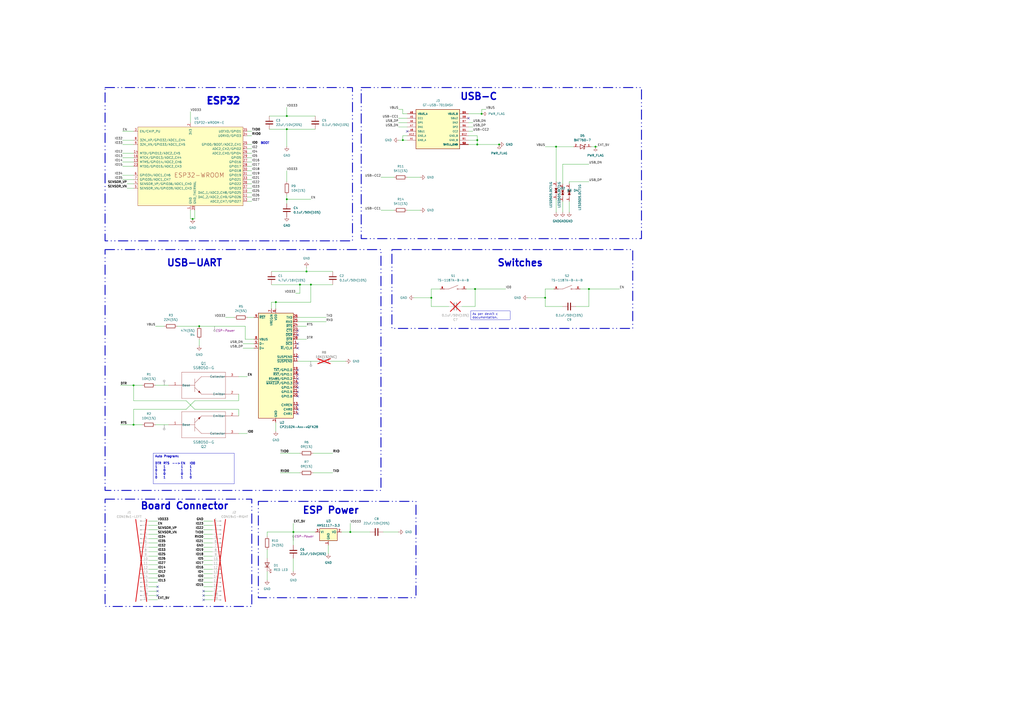
<source format=kicad_sch>
(kicad_sch (version 20231120) (generator "eeschema") (generator_version "8.0")
  (paper "A2")
  (title_block (title "ESP32 Devboard") (date "2024-03-20") (rev "1.0"))
  (lib_symbols
    (symbol "CSP-USC16-TR:GT-USB-7010ASV" (pin_names (offset 1.016))
      (property "Reference" "J" (at -12.7 13.462 0))
      (property "Value" "GT-USB-7010ASV" (at -12.7 -12.7 0))
      (symbol "GT-USB-7010ASV_0_0"
        (pin power_in line (at -17.78 -5.08 0) (length 5.08) (name "GND_A") (number "A1"))
        (pin power_in line (at -17.78 -2.54 0) (length 5.08) (name "GND_A") (number "A12"))
        (pin power_in line (at -17.78 10.16 0) (length 5.08) (name "VBUS_A") (number "A4"))
        (pin bidirectional line (at -17.78 7.62 0) (length 5.08) (name "CC1") (number "A5"))
        (pin bidirectional line (at -17.78 5.08 0) (length 5.08) (name "DP1") (number "A6"))
        (pin bidirectional line (at -17.78 2.54 0) (length 5.08) (name "DN1") (number "A7"))
        (pin bidirectional line (at -17.78 0 0) (length 5.08) (name "SBU1") (number "A8"))
        (pin power_in line (at -17.78 10.16 0) (length 5.08) (name "VBUS_A") (number "A9"))
        (pin power_in line (at 17.78 -5.08 180) (length 5.08) (name "GND_B") (number "B1"))
        (pin power_in line (at 17.78 -2.54 180) (length 5.08) (name "GND_B") (number "B12"))
        (pin power_in line (at 17.78 10.16 180) (length 5.08) (name "VBUS_B") (number "B4"))
        (pin bidirectional line (at 17.78 0 180) (length 5.08) (name "CC2") (number "B5"))
        (pin bidirectional line (at 17.78 2.54 180) (length 5.08) (name "DP2") (number "B6"))
        (pin bidirectional line (at 17.78 5.08 180) (length 5.08) (name "DN2") (number "B7"))
        (pin bidirectional line (at 17.78 7.62 180) (length 5.08) (name "SBU2") (number "B8"))
        (pin power_in line (at 17.78 10.16 180) (length 5.08) (name "VBUS_B") (number "B9"))
        (pin power_in line (at 17.78 -7.62 180) (length 5.08) (name "SHELL_GND") (number "S1"))
        (pin power_in line (at 17.78 -7.62 180) (length 5.08) (name "SHELL_GND") (number "S2"))
        (pin power_in line (at 17.78 -7.62 180) (length 5.08) (name "SHELL_GND") (number "S3"))
        (pin power_in line (at 17.78 -7.62 180) (length 5.08) (name "SHELL_GND") (number "S4"))
      )
    )
    (symbol "Connector:Conn_01x19_Pin" (pin_names (offset 1.016) hide)
      (property "Reference" "J" (at 0 25.4 0))
      (property "Value" "Conn_01x19_Pin" (at 0 -25.4 0))
      (symbol "Conn_01x19_Pin_1_1"
        (pin passive line (at 5.08 22.86 180) (length 3.81) (name "Pin_1") (number "1"))
        (pin passive line (at 5.08 0 180) (length 3.81) (name "Pin_10") (number "10"))
        (pin passive line (at 5.08 -2.54 180) (length 3.81) (name "Pin_11") (number "11"))
        (pin passive line (at 5.08 -5.08 180) (length 3.81) (name "Pin_12") (number "12"))
        (pin passive line (at 5.08 -7.62 180) (length 3.81) (name "Pin_13") (number "13"))
        (pin passive line (at 5.08 -10.16 180) (length 3.81) (name "Pin_14") (number "14"))
        (pin passive line (at 5.08 -12.7 180) (length 3.81) (name "Pin_15") (number "15"))
        (pin passive line (at 5.08 -15.24 180) (length 3.81) (name "Pin_16") (number "16"))
        (pin passive line (at 5.08 -17.78 180) (length 3.81) (name "Pin_17") (number "17"))
        (pin passive line (at 5.08 -20.32 180) (length 3.81) (name "Pin_18") (number "18"))
        (pin passive line (at 5.08 -22.86 180) (length 3.81) (name "Pin_19") (number "19"))
        (pin passive line (at 5.08 20.32 180) (length 3.81) (name "Pin_2") (number "2"))
        (pin passive line (at 5.08 17.78 180) (length 3.81) (name "Pin_3") (number "3"))
        (pin passive line (at 5.08 15.24 180) (length 3.81) (name "Pin_4") (number "4"))
        (pin passive line (at 5.08 12.7 180) (length 3.81) (name "Pin_5") (number "5"))
        (pin passive line (at 5.08 10.16 180) (length 3.81) (name "Pin_6") (number "6"))
        (pin passive line (at 5.08 7.62 180) (length 3.81) (name "Pin_7") (number "7"))
        (pin passive line (at 5.08 5.08 180) (length 3.81) (name "Pin_8") (number "8"))
        (pin passive line (at 5.08 2.54 180) (length 3.81) (name "Pin_9") (number "9"))
      )
    )
    (symbol "Device:C" (pin_numbers hide) (pin_names (offset 0.254))
      (property "Reference" "C" (at 0.635 2.54 0))
      (property "Value" "C" (at 0.635 -2.54 0))
      (symbol "C_1_1"
        (pin passive line (at 0 3.81 270) (length 2.794) (name "~") (number "1"))
        (pin passive line (at 0 -3.81 90) (length 2.794) (name "~") (number "2"))
      )
    )
    (symbol "Device:LED" (pin_numbers hide) (pin_names (offset 1.016) hide)
      (property "Reference" "D" (at 0 2.54 0))
      (property "Value" "LED" (at 0 -2.54 0))
      (symbol "LED_1_1"
        (pin passive line (at -3.81 0 0) (length 2.54) (name "K") (number "1"))
        (pin passive line (at 3.81 0 180) (length 2.54) (name "A") (number "2"))
      )
    )
    (symbol "Device:R" (pin_numbers hide) (pin_names (offset 0))
      (property "Reference" "R" (at 2.032 0 90))
      (property "Value" "R" (at 0 0 90))
      (symbol "R_1_1"
        (pin passive line (at 0 3.81 270) (length 1.27) (name "~") (number "1"))
        (pin passive line (at 0 -3.81 90) (length 1.27) (name "~") (number "2"))
      )
    )
    (symbol "Diode_Custom:BAT760-7" (pin_names (offset 1.016))
      (property "Reference" "D" (at -5.08 2.54 0))
      (property "Value" "BAT760-7" (at -5.08 -3.81 0))
      (symbol "BAT760-7_1_0"
        (pin passive line (at 5.08 0 180) (length 2.54) (name "~") (number "1"))
        (pin passive line (at -5.08 0 0) (length 2.54) (name "~") (number "2"))
      )
    )
    (symbol "ESD_Protection_Custom:LESD5D5.0CT1G" (pin_names (offset 1.016))
      (property "Reference" "D" (at -3.556 2.032 0))
      (property "Value" "LESD5D5.0CT1G" (at -7.112 -4.318 0))
      (symbol "LESD5D5.0CT1G_0_0"
        (pin passive line (at -5.08 0 0) (length 2.54) (name "~") (number "1"))
        (pin passive line (at 5.08 0 180) (length 2.54) (name "~") (number "2"))
      )
    )
    (symbol "Interface_USB:CP2102N-Axx-xQFN28"
      (property "Reference" "U" (at -8.89 31.75 0))
      (property "Value" "CP2102N-Axx-xQFN28" (at 12.7 31.75 0))
      (symbol "CP2102N-Axx-xQFN28_1_1"
        (pin input line (at 12.7 12.7 180) (length 2.54) (name "~{DCD}") (number "1"))
        (pin no_connect line (at -10.16 -27.94 0) (length 2.54) hide (name "NC") (number "10"))
        (pin output line (at 12.7 2.54 180) (length 2.54) (name "~{SUSPEND}") (number "11"))
        (pin output line (at 12.7 5.08 180) (length 2.54) (name "SUSPEND") (number "12"))
        (pin output line (at 12.7 -22.86 180) (length 2.54) (name "CHREN") (number "13"))
        (pin output line (at 12.7 -27.94 180) (length 2.54) (name "CHR1") (number "14"))
        (pin output line (at 12.7 -25.4 180) (length 2.54) (name "CHR0") (number "15"))
        (pin bidirectional line (at 12.7 -10.16 180) (length 2.54) (name "~{WAKEUP}/GPIO.3") (number "16"))
        (pin bidirectional line (at 12.7 -7.62 180) (length 2.54) (name "RS485/GPIO.2") (number "17"))
        (pin bidirectional line (at 12.7 -5.08 180) (length 2.54) (name "~{RXT}/GPIO.1") (number "18"))
        (pin bidirectional line (at 12.7 -2.54 180) (length 2.54) (name "~{TXT}/GPIO.0") (number "19"))
        (pin bidirectional line (at 12.7 10.16 180) (length 2.54) (name "~{RI}/CLK") (number "2"))
        (pin bidirectional line (at 12.7 -17.78 180) (length 2.54) (name "GPIO.6") (number "20"))
        (pin bidirectional line (at 12.7 -15.24 180) (length 2.54) (name "GPIO.5") (number "21"))
        (pin bidirectional line (at 12.7 -12.7 180) (length 2.54) (name "GPIO.4") (number "22"))
        (pin input line (at 12.7 20.32 180) (length 2.54) (name "~{CTS}") (number "23"))
        (pin output line (at 12.7 22.86 180) (length 2.54) (name "~{RTS}") (number "24"))
        (pin input line (at 12.7 25.4 180) (length 2.54) (name "RXD") (number "25"))
        (pin output line (at 12.7 27.94 180) (length 2.54) (name "TXD") (number "26"))
        (pin input line (at 12.7 17.78 180) (length 2.54) (name "~{DSR}") (number "27"))
        (pin output line (at 12.7 15.24 180) (length 2.54) (name "~{DTR}") (number "28"))
        (pin passive line (at 0 -33.02 90) (length 2.54) hide (name "GND") (number "29"))
        (pin power_in line (at 0 -33.02 90) (length 2.54) (name "GND") (number "3"))
        (pin bidirectional line (at -12.7 10.16 0) (length 2.54) (name "D+") (number "4"))
        (pin bidirectional line (at -12.7 12.7 0) (length 2.54) (name "D-") (number "5"))
        (pin power_in line (at 0 33.02 270) (length 2.54) (name "VDD") (number "6"))
        (pin power_in line (at -2.54 33.02 270) (length 2.54) (name "VREGIN") (number "7"))
        (pin input line (at -12.7 15.24 0) (length 2.54) (name "VBUS") (number "8"))
        (pin input line (at -12.7 27.94 0) (length 2.54) (name "~{RST}") (number "9"))
      )
    )
    (symbol "PCM_Espressif:ESP32-WROOM-E" (pin_names (offset 1.016))
      (property "Reference" "U" (at -30.48 27.94 0))
      (property "Value" "ESP32-WROOM-E" (at -30.48 25.4 0))
      (symbol "ESP32-WROOM-E_1_1"
        (text "ESP32-­WROOM­" (at 5.08 -5.08 0) (effects (font (size 2.54 2.54))))
        (pin power_in line (at 0 -25.4 90) (length 2.54) (name "GND") (number "1"))
        (pin bidirectional line (at 33.02 -15.24 180) (length 2.54) (name "DAC_1/ADC2_CH8/GPIO25") (number "10"))
        (pin bidirectional line (at 33.02 -17.78 180) (length 2.54) (name "DAC_2/ADC2_CH9/GPIO26") (number "11"))
        (pin bidirectional line (at 33.02 -20.32 180) (length 2.54) (name "ADC2_CH7/GPIO27") (number "12"))
        (pin bidirectional line (at -33.02 2.54 0) (length 2.54) (name "MTMS/GPIO14/ADC2_CH6") (number "13"))
        (pin bidirectional line (at -33.02 7.62 0) (length 2.54) (name "MTDI/GPIO12/ADC2_CH5") (number "14"))
        (pin passive line (at 0 -25.4 90) (length 2.54) hide (name "GND") (number "15"))
        (pin bidirectional line (at -33.02 5.08 0) (length 2.54) (name "MTCK/GPIO13/ADC2_CH4") (number "16"))
        (pin power_in line (at 0 25.4 270) (length 2.54) (name "3V3") (number "2"))
        (pin bidirectional line (at -33.02 0 0) (length 2.54) (name "MTDO/GPIO15/ADC2_CH3") (number "23"))
        (pin bidirectional line (at 33.02 10.16 180) (length 2.54) (name "ADC2_CH2/GPIO2") (number "24"))
        (pin bidirectional line (at 33.02 12.7 180) (length 2.54) (name "GPIO0/BOOT/ADC2_CH1") (number "25"))
        (pin bidirectional line (at 33.02 7.62 180) (length 2.54) (name "ADC2_CH0/GPIO4") (number "26"))
        (pin bidirectional line (at 33.02 2.54 180) (length 2.54) (name "GPIO16") (number "27"))
        (pin bidirectional line (at 33.02 0 180) (length 2.54) (name "GPIO17") (number "28"))
        (pin bidirectional line (at 33.02 5.08 180) (length 2.54) (name "GPIO5") (number "29"))
        (pin input line (at -33.02 20.32 0) (length 2.54) (name "EN/CHIP_PU") (number "3"))
        (pin bidirectional line (at 33.02 -2.54 180) (length 2.54) (name "GPIO18") (number "30"))
        (pin bidirectional line (at 33.02 -5.08 180) (length 2.54) (name "GPIO19") (number "31"))
        (pin bidirectional line (at 33.02 -7.62 180) (length 2.54) (name "GPIO21") (number "33"))
        (pin bidirectional line (at 33.02 17.78 180) (length 2.54) (name "U0RXD/GPIO3") (number "34"))
        (pin bidirectional line (at 33.02 20.32 180) (length 2.54) (name "U0TXD/GPIO1") (number "35"))
        (pin bidirectional line (at 33.02 -10.16 180) (length 2.54) (name "GPIO22") (number "36"))
        (pin bidirectional line (at 33.02 -12.7 180) (length 2.54) (name "GPIO23") (number "37"))
        (pin passive line (at 0 -25.4 90) (length 2.54) hide (name "GND") (number "38"))
        (pin power_in line (at 2.54 -25.4 90) (length 2.54) (name "GND_THERMAL") (number "39"))
        (pin input line (at -33.02 -10.16 0) (length 2.54) (name "SENSOR_VP/GPIO36/ADC1_CH0") (number "4"))
        (pin input line (at -33.02 -12.7 0) (length 2.54) (name "SENSOR_VN/GPIO39/ADC1_CH3") (number "5"))
        (pin input line (at -33.02 -5.08 0) (length 2.54) (name "GPIO34/ADC1_CH6") (number "6"))
        (pin input line (at -33.02 -7.62 0) (length 2.54) (name "GPIO35/ADC1_CH7") (number "7"))
        (pin bidirectional line (at -33.02 15.24 0) (length 2.54) (name "32K_XP/GPIO32/ADC1_CH4") (number "8"))
        (pin bidirectional line (at -33.02 12.7 0) (length 2.54) (name "32K_XN/GPIO33/ADC1_CH5") (number "9"))
      )
    )
    (symbol "Regulator_Linear:AMS1117-3.3"
      (property "Reference" "U" (at -3.81 3.175 0))
      (property "Value" "AMS1117-3.3" (at 0 3.175 0))
      (symbol "AMS1117-3.3_1_1"
        (pin power_in line (at 0 -7.62 90) (length 2.54) (name "GND") (number "1"))
        (pin power_out line (at 7.62 0 180) (length 2.54) (name "VO") (number "2"))
        (pin power_in line (at -7.62 0 0) (length 2.54) (name "VI") (number "3"))
      )
    )
    (symbol "TS-1187A-B-A-B:TS-1187A-B-A-B" (pin_names (offset 1.016))
      (property "Reference" "S" (at -2.54 2.54 0))
      (property "Value" "TS-1187A-B-A-B" (at -2.54 -2.54 0))
      (symbol "TS-1187A-B-A-B_0_0"
        (pin passive line (at -7.62 0 0) (length 2.54) (name "~") (number "A"))
        (pin passive line (at -7.62 0 0) (length 2.54) (name "~") (number "B"))
        (pin passive line (at 7.62 0 180) (length 2.54) (name "~") (number "C"))
        (pin passive line (at 7.62 0 180) (length 2.54) (name "~") (number "D"))
      )
    )
    (symbol "Transistor_Custom:SS8050-G" (pin_names (offset 0.254))
      (property "Reference" "Q" (at 19.05 10.16 0))
      (property "Value" "SS8050-G" (at 21.59 -10.16 0))
      (symbol "SS8050-G_1_1"
        (pin input line (at 0 0 0) (length 7.62) (name "Base") (number "1"))
        (pin passive line (at 40.64 -5.08 180) (length 7.62) (name "Emitter") (number "2"))
        (pin passive line (at 40.64 5.08 180) (length 7.62) (name "Collector") (number "3"))
      )
    )
    (symbol "power:GND" (power) (pin_numbers hide) (pin_names (offset 0) hide)
      (property "Value" "GND" (at 0 -3.81 0))
      (symbol "GND_1_1"
        (pin power_in line (at 0 0 270) (length 0) (name "~") (number "1"))
      )
    )
    (symbol "power:PWR_FLAG" (power) (pin_numbers hide) (pin_names (offset 0) hide)
      (property "Value" "PWR_FLAG" (at 0 3.81 0))
      (symbol "PWR_FLAG_0_0"
        (pin power_out line (at 0 0 90) (length 0) (name "~") (number "1"))
      )
    )
  )
  (junction (at 233.68 81.28))
  (junction (at 166.37 74.93))
  (junction (at 279.4 66.04))
  (junction (at 250.19 172.72))
  (junction (at 275.59 167.64))
  (junction (at 173.99 165.1))
  (junction (at 203.2 308.61))
  (junction (at 276.86 81.28))
  (junction (at 77.47 246.38))
  (junction (at 177.8 157.48))
  (junction (at 345.44 85.09))
  (junction (at 77.47 223.52))
  (junction (at 322.58 85.09))
  (junction (at 170.18 308.61))
  (junction (at 289.56 83.82))
  (junction (at 115.57 189.23))
  (junction (at 180.34 165.1))
  (junction (at 316.23 172.72))
  (junction (at 341.63 167.64))
  (junction (at 111.76 127))
  (junction (at 166.37 67.31))
  (junction (at 276.86 83.82))
  (junction (at 166.37 115.57))
  (junction (at 160.02 175.26))
  (no_connect (at 172.72 214.63))
  (no_connect (at 172.72 191.77))
  (no_connect (at 118.11 347.98))
  (no_connect (at 118.11 342.9))
  (no_connect (at 271.78 68.58))
  (no_connect (at 172.72 194.31))
  (no_connect (at 172.72 237.49))
  (no_connect (at 91.44 345.44))
  (no_connect (at 172.72 227.33))
  (no_connect (at 172.72 201.93))
  (no_connect (at 172.72 224.79))
  (no_connect (at 172.72 207.01))
  (no_connect (at 118.11 345.44))
  (no_connect (at 172.72 199.39))
  (no_connect (at 172.72 217.17))
  (no_connect (at 172.72 234.95))
  (no_connect (at 172.72 229.87))
  (no_connect (at 172.72 222.25))
  (no_connect (at 91.44 340.36))
  (no_connect (at 172.72 219.71))
  (no_connect (at 236.22 76.2))
  (no_connect (at 91.44 342.9))
  (no_connect (at 172.72 240.03))
  (wire (pts (xy 143.51 88.9) (xy 146.05 88.9)))
  (wire (pts (xy 143.51 86.36) (xy 146.05 86.36)))
  (wire (pts (xy 73.66 109.22) (xy 77.47 109.22)))
  (wire (pts (xy 160.02 175.26) (xy 180.34 175.26)))
  (wire (pts (xy 118.11 314.96) (xy 123.19 314.96)))
  (wire (pts (xy 107.95 237.49) (xy 113.03 232.41)))
  (wire (pts (xy 191.77 209.55) (xy 200.66 209.55)))
  (wire (pts (xy 166.37 67.31) (xy 182.88 67.31)))
  (wire (pts (xy 336.55 167.64) (xy 341.63 167.64)))
  (wire (pts (xy 166.37 115.57) (xy 180.34 115.57)))
  (wire (pts (xy 203.2 303.53) (xy 203.2 308.61)))
  (wire (pts (xy 154.94 308.61) (xy 170.18 308.61)))
  (wire (pts (xy 326.39 95.25) (xy 341.63 95.25)))
  (wire (pts (xy 110.49 121.92) (xy 110.49 127)))
  (wire (pts (xy 71.12 101.6) (xy 77.47 101.6)))
  (wire (pts (xy 86.36 347.98) (xy 91.44 347.98)))
  (wire (pts (xy 86.36 325.12) (xy 91.44 325.12)))
  (wire (pts (xy 90.17 223.52) (xy 97.79 223.52)))
  (wire (pts (xy 118.11 327.66) (xy 123.19 327.66)))
  (wire (pts (xy 143.51 101.6) (xy 146.05 101.6)))
  (wire (pts (xy 316.23 177.8) (xy 326.39 177.8)))
  (wire (pts (xy 118.11 304.8) (xy 123.19 304.8)))
  (wire (pts (xy 73.66 106.68) (xy 77.47 106.68)))
  (wire (pts (xy 118.11 317.5) (xy 123.19 317.5)))
  (wire (pts (xy 118.11 345.44) (xy 123.19 345.44)))
  (wire (pts (xy 86.36 314.96) (xy 91.44 314.96)))
  (wire (pts (xy 69.85 246.38) (xy 77.47 246.38)))
  (wire (pts (xy 86.36 345.44) (xy 91.44 345.44)))
  (wire (pts (xy 156.21 74.93) (xy 166.37 74.93)))
  (wire (pts (xy 118.11 332.74) (xy 123.19 332.74)))
  (wire (pts (xy 143.51 96.52) (xy 146.05 96.52)))
  (wire (pts (xy 118.11 312.42) (xy 123.19 312.42)))
  (wire (pts (xy 138.43 218.44) (xy 143.51 218.44)))
  (wire (pts (xy 110.49 64.77) (xy 110.49 71.12)))
  (wire (pts (xy 166.37 62.23) (xy 166.37 67.31)))
  (wire (pts (xy 118.11 325.12) (xy 123.19 325.12)))
  (wire (pts (xy 172.72 184.15) (xy 189.23 184.15)))
  (wire (pts (xy 316.23 85.09) (xy 322.58 85.09)))
  (wire (pts (xy 250.19 167.64) (xy 255.27 167.64)))
  (wire (pts (xy 250.19 172.72) (xy 250.19 177.8)))
  (wire (pts (xy 322.58 85.09) (xy 332.74 85.09)))
  (wire (pts (xy 143.51 104.14) (xy 146.05 104.14)))
  (wire (pts (xy 231.14 71.12) (xy 236.22 71.12)))
  (wire (pts (xy 86.36 327.66) (xy 91.44 327.66)))
  (wire (pts (xy 86.36 309.88) (xy 91.44 309.88)))
  (wire (pts (xy 69.85 223.52) (xy 77.47 223.52)))
  (wire (pts (xy 138.43 228.6) (xy 138.43 232.41)))
  (wire (pts (xy 143.51 99.06) (xy 146.05 99.06)))
  (wire (pts (xy 113.03 121.92) (xy 113.03 127)))
  (wire (pts (xy 166.37 113.03) (xy 166.37 115.57)))
  (wire (pts (xy 160.02 175.26) (xy 160.02 179.07)))
  (wire (pts (xy 71.12 83.82) (xy 77.47 83.82)))
  (wire (pts (xy 275.59 167.64) (xy 293.37 167.64)))
  (wire (pts (xy 86.36 330.2) (xy 91.44 330.2)))
  (wire (pts (xy 143.51 116.84) (xy 146.05 116.84)))
  (wire (pts (xy 86.36 312.42) (xy 91.44 312.42)))
  (wire (pts (xy 181.61 262.89) (xy 193.04 262.89)))
  (wire (pts (xy 326.39 95.25) (xy 326.39 106.68)))
  (wire (pts (xy 71.12 104.14) (xy 77.47 104.14)))
  (wire (pts (xy 316.23 172.72) (xy 316.23 177.8)))
  (wire (pts (xy 140.97 201.93) (xy 147.32 201.93)))
  (wire (pts (xy 250.19 167.64) (xy 250.19 172.72)))
  (wire (pts (xy 86.36 322.58) (xy 91.44 322.58)))
  (wire (pts (xy 143.51 109.22) (xy 146.05 109.22)))
  (wire (pts (xy 86.36 332.74) (xy 91.44 332.74)))
  (wire (pts (xy 118.11 347.98) (xy 123.19 347.98)))
  (wire (pts (xy 71.12 81.28) (xy 77.47 81.28)))
  (wire (pts (xy 143.51 106.68) (xy 146.05 106.68)))
  (wire (pts (xy 198.12 308.61) (xy 203.2 308.61)))
  (wire (pts (xy 118.11 322.58) (xy 123.19 322.58)))
  (wire (pts (xy 86.36 317.5) (xy 91.44 317.5)))
  (wire (pts (xy 276.86 78.74) (xy 276.86 81.28)))
  (wire (pts (xy 86.36 337.82) (xy 91.44 337.82)))
  (wire (pts (xy 115.57 189.23) (xy 142.24 189.23)))
  (wire (pts (xy 162.56 262.89) (xy 173.99 262.89)))
  (wire (pts (xy 107.95 232.41) (xy 113.03 237.49)))
  (wire (pts (xy 157.48 175.26) (xy 160.02 175.26)))
  (wire (pts (xy 113.03 232.41) (xy 138.43 232.41)))
  (wire (pts (xy 172.72 186.69) (xy 189.23 186.69)))
  (wire (pts (xy 177.8 154.94) (xy 177.8 157.48)))
  (wire (pts (xy 157.48 165.1) (xy 173.99 165.1)))
  (wire (pts (xy 170.18 323.85) (xy 170.18 331.47)))
  (wire (pts (xy 233.68 63.5) (xy 233.68 66.04)))
  (wire (pts (xy 250.19 177.8) (xy 260.35 177.8)))
  (wire (pts (xy 342.9 85.09) (xy 345.44 85.09)))
  (wire (pts (xy 86.36 302.26) (xy 91.44 302.26)))
  (wire (pts (xy 330.2 116.84) (xy 330.2 123.19)))
  (wire (pts (xy 271.78 66.04) (xy 279.4 66.04)))
  (wire (pts (xy 334.01 177.8) (xy 341.63 177.8)))
  (wire (pts (xy 140.97 199.39) (xy 147.32 199.39)))
  (wire (pts (xy 77.47 246.38) (xy 82.55 246.38)))
  (wire (pts (xy 118.11 320.04) (xy 123.19 320.04)))
  (wire (pts (xy 271.78 81.28) (xy 276.86 81.28)))
  (wire (pts (xy 86.36 304.8) (xy 91.44 304.8)))
  (wire (pts (xy 71.12 96.52) (xy 77.47 96.52)))
  (wire (pts (xy 240.03 172.72) (xy 250.19 172.72)))
  (wire (pts (xy 113.03 237.49) (xy 138.43 237.49)))
  (wire (pts (xy 341.63 167.64) (xy 341.63 177.8)))
  (wire (pts (xy 203.2 308.61) (xy 214.63 308.61)))
  (wire (pts (xy 118.11 307.34) (xy 123.19 307.34)))
  (wire (pts (xy 173.99 165.1) (xy 180.34 165.1)))
  (wire (pts (xy 138.43 237.49) (xy 138.43 241.3)))
  (wire (pts (xy 276.86 81.28) (xy 276.86 83.82)))
  (wire (pts (xy 271.78 83.82) (xy 276.86 83.82)))
  (wire (pts (xy 110.49 127) (xy 111.76 127)))
  (wire (pts (xy 143.51 83.82) (xy 146.05 83.82)))
  (wire (pts (xy 118.11 337.82) (xy 123.19 337.82)))
  (wire (pts (xy 130.81 184.15) (xy 135.89 184.15)))
  (wire (pts (xy 166.37 74.93) (xy 166.37 85.09)))
  (wire (pts (xy 118.11 330.2) (xy 123.19 330.2)))
  (wire (pts (xy 231.14 63.5) (xy 233.68 63.5)))
  (wire (pts (xy 143.51 91.44) (xy 146.05 91.44)))
  (wire (pts (xy 77.47 232.41) (xy 107.95 232.41)))
  (wire (pts (xy 90.17 189.23) (xy 95.25 189.23)))
  (wire (pts (xy 270.51 167.64) (xy 275.59 167.64)))
  (wire (pts (xy 90.17 246.38) (xy 97.79 246.38)))
  (wire (pts (xy 190.5 316.23) (xy 190.5 321.31)))
  (wire (pts (xy 275.59 167.64) (xy 275.59 177.8)))
  (wire (pts (xy 154.94 308.61) (xy 154.94 311.15)))
  (wire (pts (xy 271.78 71.12) (xy 274.32 71.12)))
  (wire (pts (xy 233.68 66.04) (xy 236.22 66.04)))
  (wire (pts (xy 271.78 78.74) (xy 276.86 78.74)))
  (wire (pts (xy 71.12 93.98) (xy 77.47 93.98)))
  (wire (pts (xy 177.8 157.48) (xy 193.04 157.48)))
  (wire (pts (xy 231.14 73.66) (xy 236.22 73.66)))
  (wire (pts (xy 170.18 308.61) (xy 182.88 308.61)))
  (wire (pts (xy 77.47 223.52) (xy 82.55 223.52)))
  (wire (pts (xy 102.87 189.23) (xy 115.57 189.23)))
  (wire (pts (xy 71.12 76.2) (xy 77.47 76.2)))
  (wire (pts (xy 330.2 105.41) (xy 341.63 105.41)))
  (wire (pts (xy 271.78 73.66) (xy 274.32 73.66)))
  (wire (pts (xy 157.48 175.26) (xy 157.48 179.07)))
  (wire (pts (xy 118.11 309.88) (xy 123.19 309.88)))
  (wire (pts (xy 236.22 102.87) (xy 243.84 102.87)))
  (wire (pts (xy 322.58 115.57) (xy 322.58 123.19)))
  (wire (pts (xy 271.78 76.2) (xy 274.32 76.2)))
  (wire (pts (xy 316.23 167.64) (xy 321.31 167.64)))
  (wire (pts (xy 118.11 342.9) (xy 123.19 342.9)))
  (wire (pts (xy 279.4 63.5) (xy 281.94 63.5)))
  (wire (pts (xy 77.47 223.52) (xy 77.47 232.41)))
  (wire (pts (xy 306.07 172.72) (xy 316.23 172.72)))
  (wire (pts (xy 220.98 121.92) (xy 228.6 121.92)))
  (wire (pts (xy 77.47 237.49) (xy 107.95 237.49)))
  (wire (pts (xy 143.51 114.3) (xy 146.05 114.3)))
  (wire (pts (xy 171.45 170.18) (xy 173.99 170.18)))
  (wire (pts (xy 71.12 88.9) (xy 77.47 88.9)))
  (wire (pts (xy 233.68 81.28) (xy 236.22 81.28)))
  (wire (pts (xy 233.68 78.74) (xy 236.22 78.74)))
  (wire (pts (xy 341.63 167.64) (xy 359.41 167.64)))
  (wire (pts (xy 222.25 308.61) (xy 231.14 308.61)))
  (wire (pts (xy 142.24 196.85) (xy 147.32 196.85)))
  (wire (pts (xy 77.47 237.49) (xy 77.47 246.38)))
  (wire (pts (xy 166.37 99.06) (xy 166.37 105.41)))
  (wire (pts (xy 330.2 105.41) (xy 330.2 106.68)))
  (wire (pts (xy 279.4 63.5) (xy 279.4 66.04)))
  (wire (pts (xy 157.48 157.48) (xy 177.8 157.48)))
  (wire (pts (xy 162.56 274.32) (xy 173.99 274.32)))
  (wire (pts (xy 172.72 189.23) (xy 177.8 189.23)))
  (wire (pts (xy 138.43 251.46) (xy 143.51 251.46)))
  (wire (pts (xy 156.21 67.31) (xy 166.37 67.31)))
  (wire (pts (xy 181.61 274.32) (xy 193.04 274.32)))
  (wire (pts (xy 316.23 167.64) (xy 316.23 172.72)))
  (wire (pts (xy 166.37 74.93) (xy 182.88 74.93)))
  (wire (pts (xy 86.36 320.04) (xy 91.44 320.04)))
  (wire (pts (xy 142.24 189.23) (xy 142.24 196.85)))
  (wire (pts (xy 173.99 165.1) (xy 173.99 170.18)))
  (wire (pts (xy 267.97 177.8) (xy 275.59 177.8)))
  (wire (pts (xy 220.98 102.87) (xy 228.6 102.87)))
  (wire (pts (xy 326.39 116.84) (xy 326.39 123.19)))
  (wire (pts (xy 160.02 245.11) (xy 160.02 250.19)))
  (wire (pts (xy 143.51 93.98) (xy 146.05 93.98)))
  (wire (pts (xy 345.44 85.09) (xy 346.71 85.09)))
  (wire (pts (xy 236.22 121.92) (xy 243.84 121.92)))
  (wire (pts (xy 322.58 85.09) (xy 322.58 105.41)))
  (wire (pts (xy 86.36 335.28) (xy 91.44 335.28)))
  (wire (pts (xy 170.18 308.61) (xy 170.18 316.23)))
  (wire (pts (xy 231.14 68.58) (xy 236.22 68.58)))
  (wire (pts (xy 276.86 83.82) (xy 289.56 83.82)))
  (wire (pts (xy 86.36 340.36) (xy 91.44 340.36)))
  (wire (pts (xy 111.76 127) (xy 113.03 127)))
  (wire (pts (xy 143.51 76.2) (xy 146.05 76.2)))
  (wire (pts (xy 172.72 196.85) (xy 177.8 196.85)))
  (wire (pts (xy 180.34 165.1) (xy 193.04 165.1)))
  (wire (pts (xy 154.94 331.47) (xy 154.94 336.55)))
  (wire (pts (xy 233.68 78.74) (xy 233.68 81.28)))
  (wire (pts (xy 115.57 200.66) (xy 115.57 196.85)))
  (wire (pts (xy 71.12 91.44) (xy 77.47 91.44)))
  (wire (pts (xy 231.14 81.28) (xy 233.68 81.28)))
  (wire (pts (xy 118.11 302.26) (xy 123.19 302.26)))
  (wire (pts (xy 118.11 340.36) (xy 123.19 340.36)))
  (wire (pts (xy 172.72 209.55) (xy 184.15 209.55)))
  (wire (pts (xy 86.36 307.34) (xy 91.44 307.34)))
  (wire (pts (xy 166.37 115.57) (xy 166.37 118.11)))
  (wire (pts (xy 170.18 303.53) (xy 170.18 308.61)))
  (wire (pts (xy 86.36 342.9) (xy 91.44 342.9)))
  (wire (pts (xy 143.51 78.74) (xy 146.05 78.74)))
  (wire (pts (xy 154.94 318.77) (xy 154.94 323.85)))
  (wire (pts (xy 118.11 335.28) (xy 123.19 335.28)))
  (wire (pts (xy 143.51 111.76) (xy 146.05 111.76)))
  (wire (pts (xy 143.51 184.15) (xy 147.32 184.15)))
  (wire (pts (xy 180.34 165.1) (xy 180.34 175.26)))
  (rectangle (start 149.86 290.83) (end 241.3 346.71) (stroke (width 0.5) (type dash_dot_dot)))
  (rectangle (start 60.96 289.56) (end 146.05 351.79) (stroke (width 0.5) (type dash_dot_dot)))
  (rectangle (start 60.96 144.78) (end 220.98 284.48) (stroke (width 0.5) (type dash_dot_dot)))
  (rectangle (start 209.55 50.8) (end 372.11 138.43) (stroke (width 0.5) (type dash_dot_dot)))
  (rectangle (start 227.33 144.78) (end 367.03 190.5) (stroke (width 0.5) (type dash_dot_dot)))
  (rectangle (start 60.96 50.8) (end 204.47 139.7) (stroke (width 0.5) (type dash_dot_dot)))
  (text_box "Auto Program:\n\nDTR	RTS	-->	EN	IO0\n1	1		1	1\n0	0		1	1\n1	0		0	1\n0	1		1	0" (at 88.9 262.89 0) (size 46.99 17.78) (effects (font (size 1.27 1.27) (bold yes)) (justify left top)))
  (text_box "As per devkit c documentation. " (at 273.05 180.34 0) (size 22.86 5.08) (effects (font (size 1.27 1.27)) (justify left top)))
  (text "ESP Power" (at 175.26 298.45 0) (effects (font (size 4 4) (thickness 0.8) (bold yes)) (justify left bottom)))
  (text "Board Connector" (at 81.28 295.91 0) (effects (font (size 4 4) (bold yes)) (justify left bottom)))
  (text "Switches" (at 288.29 154.94 0) (effects (font (size 4 4) (thickness 0.8) (bold yes)) (justify left bottom)))
  (text "USB-C" (at 266.7 58.42 0) (effects (font (size 4 4) (thickness 0.8) (bold yes)) (justify left bottom)))
  (text "ESP32" (at 119.38 60.96 0) (effects (font (size 4 4) (thickness 1) (bold yes)) (justify left bottom)))
  (text "BOOT" (at 151.13 83.82 0) (effects (font (size 1.27 1.27) (bold yes)) (justify left bottom)))
  (text "USB-UART" (at 96.52 154.94 0) (effects (font (size 4 4) (bold yes)) (justify left bottom)))
  (label "IO33" (at 91.44 320.04 0) (effects (font (bold yes))))
  (label "IO15" (at 71.12 96.52 180))
  (label "IO14" (at 91.44 330.2 0) (effects (font (bold yes))))
  (label "DTR" (at 69.85 223.52 0) (effects (font (bold yes))))
  (label "IO23" (at 146.05 109.22 0))
  (label "VBUS" (at 281.94 63.5 0))
  (label "RXD0" (at 118.11 312.42 180) (effects (font (bold yes))))
  (label "IO21" (at 118.11 314.96 180) (effects (font (bold yes))))
  (label "IO35" (at 91.44 314.96 0) (effects (font (bold yes))))
  (label "USB_DP" (at 341.63 105.41 0))
  (label "USB-CC1" (at 220.98 121.92 180))
  (label "VBUS" (at 231.14 63.5 180))
  (label "EN" (at 71.12 76.2 0))
  (label "IO0" (at 118.11 335.28 180) (effects (font (bold yes))))
  (label "IO17" (at 146.05 96.52 0))
  (label "VDD33" (at 166.37 99.06 0))
  (label "EN" (at 180.34 115.57 0))
  (label "RTS" (at 69.85 246.38 0) (effects (font (bold yes))))
  (label "USB_DP" (at 274.32 73.66 0))
  (label "IO19" (at 118.11 320.04 180) (effects (font (bold yes))))
  (label "RXD0" (at 162.56 274.32 0) (effects (font (bold yes))))
  (label "IO12" (at 91.44 332.74 0) (effects (font (bold yes))))
  (label "IO21" (at 146.05 104.14 0))
  (label "EN" (at 91.44 304.8 0) (effects (font (bold yes))))
  (label "IO34" (at 91.44 312.42 0) (effects (font (bold yes))))
  (label "IO33" (at 71.12 83.82 180))
  (label "IO19" (at 146.05 101.6 0))
  (label "IO22" (at 146.05 106.68 0))
  (label "IO26" (at 146.05 114.3 0))
  (label "GND" (at 118.11 302.26 180) (effects (font (bold yes))))
  (label "IO23" (at 118.11 304.8 180) (effects (font (bold yes))))
  (label "VDD33" (at 171.45 170.18 180))
  (label "IO27" (at 91.44 327.66 0) (effects (font (bold yes))))
  (label "IO34" (at 71.12 101.6 180))
  (label "GND" (at 118.11 317.5 180) (effects (font (bold yes))))
  (label "VDD33" (at 91.44 302.26 0) (effects (font (bold yes))))
  (label "IO18" (at 118.11 322.58 180) (effects (font (bold yes))))
  (label "USB_DN" (at 231.14 73.66 180))
  (label "IO25" (at 91.44 322.58 0) (effects (font (bold yes))))
  (label "IO0" (at 293.37 167.64 0))
  (label "USB_DN" (at 274.32 71.12 0))
  (label "EXT_5V" (at 346.71 85.09 0))
  (label "IO13" (at 71.12 91.44 180))
  (label "IO12" (at 71.12 88.9 180))
  (label "IO2" (at 118.11 337.82 180) (effects (font (bold yes))))
  (label "USB_DN" (at 140.97 199.39 180))
  (label "IO16" (at 118.11 330.2 180) (effects (font (bold yes))))
  (label "IO35" (at 71.12 104.14 180))
  (label "USB-CC2" (at 220.98 102.87 180))
  (label "EXT_5V" (at 91.44 347.98 0) (effects (font (bold yes))))
  (label "IO15" (at 118.11 340.36 180) (effects (font (bold yes))))
  (label "USB_DN" (at 341.63 95.25 0))
  (label "SENSOR_VN" (at 91.44 309.88 0) (effects (font (bold yes))))
  (label "IO32" (at 91.44 317.5 0) (effects (font (bold yes))))
  (label "IO27" (at 146.05 116.84 0))
  (label "IO14" (at 71.12 93.98 180))
  (label "VBUS" (at 316.23 85.09 180))
  (label "RTS" (at 177.8 189.23 0))
  (label "VDD33" (at 110.49 64.77 0))
  (label "USB_DP" (at 140.97 201.93 180))
  (label "TXD" (at 189.23 184.15 0))
  (label "USB_DP" (at 231.14 71.12 180))
  (label "RXD" (at 193.04 262.89 0) (effects (font (bold yes))))
  (label "IO32" (at 71.12 81.28 180))
  (label "VDD33" (at 203.2 303.53 0))
  (label "IO25" (at 146.05 111.76 0))
  (label "TXD" (at 193.04 274.32 0) (effects (font (bold yes))))
  (label "VDD33" (at 130.81 184.15 180))
  (label "IO22" (at 118.11 307.34 180) (effects (font (bold yes))))
  (label "TXD0" (at 118.11 309.88 180) (effects (font (bold yes))))
  (label "IO4" (at 118.11 332.74 180) (effects (font (bold yes))))
  (label "VBUS" (at 90.17 189.23 180))
  (label "IO17" (at 118.11 327.66 180) (effects (font (bold yes))))
  (label "EN" (at 143.51 218.44 0) (effects (font (bold yes))))
  (label "SENSOR_VN" (at 73.66 109.22 180) (effects (font (bold yes))))
  (label "IO4" (at 146.05 88.9 0))
  (label "IO0" (at 143.51 251.46 0) (effects (font (bold yes))))
  (label "SENSOR_VP" (at 73.66 106.68 180) (effects (font (bold yes))))
  (label "RXD0" (at 146.05 78.74 0) (effects (font (bold yes))))
  (label "DTR" (at 177.8 196.85 0))
  (label "IO2" (at 146.05 86.36 0))
  (label "IO5" (at 146.05 91.44 0))
  (label "IO18" (at 146.05 99.06 0))
  (label "IO26" (at 91.44 325.12 0) (effects (font (bold yes))))
  (label "EXT_5V" (at 170.18 303.53 0) (effects (font (bold yes))))
  (label "IO0" (at 146.05 83.82 0) (effects (font (bold yes))))
  (label "TXD0" (at 162.56 262.89 0) (effects (font (bold yes))))
  (label "GND" (at 91.44 335.28 0) (effects (font (bold yes))))
  (label "USB-CC2" (at 274.32 76.2 0))
  (label "IO16" (at 146.05 93.98 0))
  (label "RXD" (at 189.23 186.69 0))
  (label "SENSOR_VP" (at 91.44 307.34 0) (effects (font (bold yes))))
  (label "VDD33" (at 166.37 62.23 0))
  (label "IO5" (at 118.11 325.12 180) (effects (font (bold yes))))
  (label "USB-CC1" (at 231.14 68.58 180))
  (label "IO13" (at 91.44 337.82 0) (effects (font (bold yes))))
  (label "TXD0" (at 146.05 76.2 0) (effects (font (bold yes))))
  (label "EN" (at 359.41 167.64 0))
  (netclass_flag "" (length 2.54) (shape round) (at 95.25 223.52 0) (property "Netclass" "ESP-Signal" (effects (hide yes))))
  (netclass_flag "" (length 2.54) (shape round) (at 124.46 189.23 180) (property "Netclass" "ESP-Power" (at 125.1585 191.77 0) (effects (font (italic yes)) (justify left))))
  (netclass_flag "" (length 2.54) (shape round) (at 95.25 246.38 180) (property "Netclass" "ESP-Signal" (effects (hide yes))))
  (netclass_flag "" (length 2.54) (shape round) (at 170.18 313.69 0) (property "Netclass" "ESP-Power" (at 170.8785 311.15 0) (effects (font (italic yes)) (justify left))))
  (netclass_flag "" (length 2.54) (shape round) (at 180.34 209.55 180) (property "Netclass" "ESP-Signal" (effects (hide yes))))
  (symbol (lib_id "power:PWR_FLAG") (at 279.4 66.04 270) (unit 1)
    (property "Reference" "#FLG01" (effects (hide yes)))
    (property "Value" "PWR_FLAG" (at 283.21 66.04 90) (effects (justify left)))
    (property "Description" "Special symbol for telling ERC where power comes from" (effects (hide yes)))
  )
  (symbol (lib_id "power:GND") (at 170.18 331.47 0) (unit 1)
    (property "Reference" "#PWR010" (effects (hide yes)))
    (property "Value" "GND" (at 170.18 336.55 0))
    (property "Description" "Power symbol creates a global label with name \"GND\" , ground" (effects (hide yes)))
  )
  (symbol (lib_id "power:GND") (at 289.56 83.82 90) (unit 1)
    (property "Reference" "#PWR016" (effects (hide yes)))
    (property "Value" "GND" (at 293.37 83.82 90) (effects (justify right)))
    (property "Description" "Power symbol creates a global label with name \"GND\" , ground" (effects (hide yes)))
  )
  (symbol (lib_id "Interface_USB:CP2102N-Axx-xQFN28") (at 160.02 212.09 0) (unit 1)
    (property "Reference" "U2" (at 162.2141 245.11 0) (effects (justify left)))
    (property "Value" "CP2102N-Axx-xQFN28" (at 162.2141 247.65 0) (effects (justify left)))
    (property "Footprint" "Package_DFN_QFN:QFN-28-1EP_5x5mm_P0.5mm_EP3.35x3.35mm" (effects (hide yes)))
    (property "Datasheet" "https://www.silabs.com/documents/public/data-sheets/cp2102n-datasheet.pdf" (effects (hide yes)))
    (property "Description" "USB to UART master bridge, QFN-28" (effects (hide yes)))
    (property "LCSC" "C964632" (effects (hide yes)))
  )
  (symbol (lib_id "CSP-USC16-TR:GT-USB-7010ASV") (at 254 76.2 0) (unit 1)
    (property "Reference" "J3" (at 254 58.42 0))
    (property "Value" "GT-USB-7010ASV" (at 254 60.96 0))
    (property "Footprint" "USB_C_Custom:GT-USB-7010" (effects (hide yes)))
    (property "Description" "16 Pin Female USB-C SMD Connector" (effects (hide yes)))
    (property "LCSC" "C2988369" (effects (hide yes)))
    (property "JLCPCB_CORRECTION" "0;2.38;0" (effects (hide yes)))
  )
  (symbol (lib_id "power:GND") (at 330.2 123.19 0) (unit 1)
    (property "Reference" "#PWR018" (effects (hide yes)))
    (property "Value" "GND" (at 330.2 128.27 0))
    (property "Description" "Power symbol creates a global label with name \"GND\" , ground" (effects (hide yes)))
  )
  (symbol (lib_id "Device:R") (at 115.57 193.04 180) (unit 1)
    (property "Reference" "R4" (at 113.03 194.31 0) (effects (justify left)))
    (property "Value" "47K(5%)" (at 113.03 191.77 0) (effects (justify left)))
    (property "Footprint" "Capacitor_SMD:C_0603_1608Metric" (effects (hide yes)))
    (property "LCSC" "C25819" (effects (hide yes)))
  )
  (symbol (lib_id "power:GND") (at 243.84 121.92 90) (unit 1)
    (property "Reference" "#PWR013" (effects (hide yes)))
    (property "Value" "GND" (at 247.65 121.92 90) (effects (justify right)))
    (property "Description" "Power symbol creates a global label with name \"GND\" , ground" (effects (hide yes)))
  )
  (symbol (lib_id "Device:R") (at 86.36 246.38 90) (unit 1)
    (property "Reference" "R2" (at 86.36 240.03 90))
    (property "Value" "10K(1%)" (at 86.36 242.57 90))
    (property "Footprint" "Capacitor_SMD:C_0603_1608Metric" (effects (hide yes)))
    (property "LCSC" "C25804" (effects (hide yes)))
  )
  (symbol (lib_id "Device:R") (at 232.41 121.92 270) (unit 1)
    (property "Reference" "R14" (at 232.41 115.57 90))
    (property "Value" "5K1(1%)" (at 232.41 118.11 90))
    (property "Footprint" "Resistor_SMD:R_0402_1005Metric" (effects (hide yes)))
    (property "LCSC" "C25905" (effects (hide yes)))
  )
  (symbol (lib_id "TS-1187A-B-A-B:TS-1187A-B-A-B") (at 262.89 167.64 0) (unit 1)
    (property "Reference" "S1" (at 262.89 160.02 0))
    (property "Value" "TS-1187A-B-A-B" (at 262.89 162.56 0))
    (property "Footprint" "Switch_Custom:SW_TS-1187A-B-A-B" (effects (hide yes)))
    (property "Description" "Push Button Switch" (effects (hide yes)))
    (property "PARTREV" "A0" (effects (hide yes)))
    (property "MANUFACTURER" "XKB Industrial Precision" (effects (hide yes)))
    (property "MAXIMUM_PACKAGE_HEIGHT" "1.5mm" (effects (hide yes)))
    (property "STANDARD" "Manufacturer Recommendations" (effects (hide yes)))
    (property "LCSC" "C318884" (effects (hide yes)))
  )
  (symbol (lib_id "power:PWR_FLAG") (at 345.44 85.09 180) (unit 1)
    (property "Reference" "#FLG03" (effects (hide yes)))
    (property "Value" "PWR_FLAG" (at 345.44 90.17 0))
    (property "Description" "Special symbol for telling ERC where power comes from" (effects (hide yes)))
  )
  (symbol (lib_id "Device:C") (at 264.16 177.8 270) (mirror x) (unit 1) (in_bom no) (on_board no) (dnp yes)
    (property "Reference" "C7" (at 264.16 185.42 90))
    (property "Value" "0.1uF/50V(10%)" (at 264.16 182.88 90))
    (property "Footprint" "Capacitor_SMD:C_0402_1005Metric" (effects (hide yes)))
    (property "LCSC" "C307331" (effects (hide yes)))
  )
  (symbol (lib_id "Device:C") (at 166.37 121.92 0) (unit 1)
    (property "Reference" "C4" (at 170.18 120.65 0) (effects (justify left)))
    (property "Value" "0.1uF/50V(10%)" (at 170.18 123.19 0) (effects (justify left)))
    (property "Footprint" "Capacitor_SMD:C_0402_1005Metric" (effects (hide yes)))
    (property "LCSC" "C307331" (effects (hide yes)))
  )
  (symbol (lib_id "power:GND") (at 166.37 85.09 0) (unit 1)
    (property "Reference" "#PWR06" (effects (hide yes)))
    (property "Value" "GND" (at 166.37 90.17 0))
    (property "Description" "Power symbol creates a global label with name \"GND\" , ground" (effects (hide yes)))
  )
  (symbol (lib_id "Device:R") (at 154.94 314.96 0) (unit 1)
    (property "Reference" "R10" (at 157.48 313.69 0) (effects (justify left)))
    (property "Value" "2K(5%)" (at 157.48 316.23 0) (effects (justify left)))
    (property "Footprint" "Capacitor_SMD:C_0603_1608Metric" (effects (hide yes)))
    (property "LCSC" "C22975" (effects (hide yes)))
  )
  (symbol (lib_id "power:GND") (at 166.37 125.73 0) (unit 1)
    (property "Reference" "#PWR07" (effects (hide yes)))
    (property "Value" "GND" (at 166.37 130.81 0))
    (property "Description" "Power symbol creates a global label with name \"GND\" , ground" (effects (hide yes)))
  )
  (symbol (lib_id "power:GND") (at 322.58 123.19 0) (unit 1)
    (property "Reference" "#PWR020" (effects (hide yes)))
    (property "Value" "GND" (at 322.58 128.27 0))
    (property "Description" "Power symbol creates a global label with name \"GND\" , ground" (effects (hide yes)))
  )
  (symbol (lib_id "ESD_Protection_Custom:LESD5D5.0CT1G") (at 326.39 111.76 90) (unit 1)
    (property "Reference" "D3" (at 328.93 110.4899 90) (effects (justify right)))
    (property "Value" "LESD5D5.0CT1G" (at 324.358 105.41 0) (effects (justify right)))
    (property "Footprint" "Diode_SMD:D_SOD-523" (effects (hide yes)))
    (property "Description" "ESD Protection Diode" (effects (hide yes)))
    (property "LCSC" "C383211" (effects (hide yes)))
  )
  (symbol (lib_id "Device:C") (at 330.2 177.8 270) (mirror x) (unit 1)
    (property "Reference" "C9" (at 330.2 185.42 90))
    (property "Value" "0.1uF/50V(10%)" (at 330.2 182.88 90))
    (property "Footprint" "Capacitor_SMD:C_0402_1005Metric" (effects (hide yes)))
    (property "LCSC" "C307331" (effects (hide yes)))
  )
  (symbol (lib_id "Device:R") (at 86.36 223.52 90) (unit 1)
    (property "Reference" "R1" (at 86.36 217.17 90))
    (property "Value" "10K(1%)" (at 86.36 219.71 90))
    (property "Footprint" "Capacitor_SMD:C_0603_1608Metric" (effects (hide yes)))
    (property "LCSC" "C25804" (effects (hide yes)))
  )
  (symbol (lib_id "Device:R") (at 177.8 274.32 90) (unit 1)
    (property "Reference" "R7" (at 177.8 267.97 90))
    (property "Value" "0R(1%)" (at 177.8 270.51 90))
    (property "Footprint" "Capacitor_SMD:C_0402_1005Metric" (effects (hide yes)))
    (property "LCSC" "C17168" (effects (hide yes)))
  )
  (symbol (lib_id "power:GND") (at 177.8 154.94 180) (unit 1)
    (property "Reference" "#PWR04" (effects (hide yes)))
    (property "Value" "GND" (at 177.8 149.86 0))
    (property "Description" "Power symbol creates a global label with name \"GND\" , ground" (effects (hide yes)))
  )
  (symbol (lib_id "power:GND") (at 200.66 209.55 90) (unit 1)
    (property "Reference" "#PWR05" (effects (hide yes)))
    (property "Value" "GND" (at 204.47 209.55 90) (effects (justify right)))
    (property "Description" "Power symbol creates a global label with name \"GND\" , ground" (effects (hide yes)))
  )
  (symbol (lib_id "Device:R") (at 232.41 102.87 270) (unit 1)
    (property "Reference" "R11" (at 232.41 96.52 90))
    (property "Value" "5K1(1%)" (at 232.41 99.06 90))
    (property "Footprint" "Resistor_SMD:R_0402_1005Metric" (effects (hide yes)))
    (property "LCSC" "C25905" (effects (hide yes)))
  )
  (symbol (lib_id "Device:C") (at 170.18 320.04 0) (unit 1)
    (property "Reference" "C6" (at 173.99 318.77 0) (effects (justify left)))
    (property "Value" "22uF/10V(20%)" (at 173.99 321.31 0) (effects (justify left)))
    (property "Footprint" "Capacitor_SMD:C_0805_2012Metric" (effects (hide yes)))
    (property "LCSC" "C45783" (effects (hide yes)))
  )
  (symbol (lib_id "power:GND") (at 160.02 250.19 0) (unit 1)
    (property "Reference" "#PWR03" (effects (hide yes)))
    (property "Value" "GND" (at 160.02 255.27 0))
    (property "Description" "Power symbol creates a global label with name \"GND\" , ground" (effects (hide yes)))
  )
  (symbol (lib_id "Transistor_Custom:SS8050-G") (at 97.79 246.38 0) (mirror x) (unit 1)
    (property "Reference" "Q2" (at 118.11 259.08 0) (effects (font (size 1.524 1.524))))
    (property "Value" "SS8050-G" (at 118.11 256.54 0) (effects (font (size 1.524 1.524))))
    (property "Footprint" "Package_TO_SOT_SMD:TSOT-23" (effects (hide yes)))
    (property "Datasheet" "https://www.comchiptech.com/admin/files/product/SS8050-G%20RevA181526.pdf" (effects (hide yes)))
    (property "Description" "TRANS NPN 25V 1.5A SOT23-3 BJT" (effects (hide yes)))
    (property "LCSC" "C164885" (effects (hide yes)))
    (property "JLCPCB_CORRECTION" "0;0;180" (effects (hide yes)))
  )
  (symbol (lib_id "ESD_Protection_Custom:LESD5D5.0CT1G") (at 322.58 110.49 90) (unit 1)
    (property "Reference" "D2" (at 325.12 109.2199 90) (effects (justify right)))
    (property "Value" "LESD5D5.0CT1G" (at 319.532 105.41 0) (effects (justify right)))
    (property "Footprint" "Diode_SMD:D_SOD-523" (effects (hide yes)))
    (property "Description" "ESD Protection Diode" (effects (hide yes)))
    (property "LCSC" "C383211" (effects (hide yes)))
  )
  (symbol (lib_id "Device:R") (at 139.7 184.15 90) (unit 1)
    (property "Reference" "R5" (at 139.7 177.8 90))
    (property "Value" "2K(5%)" (at 139.7 180.34 90))
    (property "Footprint" "Capacitor_SMD:C_0603_1608Metric" (effects (hide yes)))
    (property "LCSC" "C22975" (effects (hide yes)))
  )
  (symbol (lib_id "power:GND") (at 231.14 308.61 90) (unit 1)
    (property "Reference" "#PWR017" (effects (hide yes)))
    (property "Value" "GND" (at 234.95 308.61 90) (effects (justify right)))
    (property "Description" "Power symbol creates a global label with name \"GND\" , ground" (effects (hide yes)))
  )
  (symbol (lib_id "Device:C") (at 193.04 161.29 0) (unit 1)
    (property "Reference" "C2" (at 196.85 160.02 0) (effects (justify left)))
    (property "Value" "0.1uF/50V(10%)" (at 196.85 162.56 0) (effects (justify left)))
    (property "Footprint" "Capacitor_SMD:C_0402_1005Metric" (effects (hide yes)))
    (property "LCSC" "C307331" (effects (hide yes)))
  )
  (symbol (lib_id "Diode_Custom:BAT760-7") (at 337.82 85.09 0) (unit 1)
    (property "Reference" "D5" (at 337.82 78.74 0))
    (property "Value" "BAT760-7" (at 337.82 81.28 0))
    (property "Footprint" "Diode_SMD:D_SOD-323" (effects (hide yes)))
    (property "Description" "Diode" (effects (hide yes)))
    (property "LCSC" "C124187" (effects (hide yes)))
  )
  (symbol (lib_id "power:GND") (at 231.14 81.28 270) (unit 1)
    (property "Reference" "#PWR011" (effects (hide yes)))
    (property "Value" "GND" (at 227.33 81.28 90) (effects (justify right)))
    (property "Description" "Power symbol creates a global label with name \"GND\" , ground" (effects (hide yes)))
  )
  (symbol (lib_id "Device:R") (at 166.37 109.22 0) (unit 1)
    (property "Reference" "R9" (at 168.91 107.95 0) (effects (justify left)))
    (property "Value" "10K(1%)" (at 168.91 110.49 0) (effects (justify left)))
    (property "Footprint" "Capacitor_SMD:C_0603_1608Metric" (effects (hide yes)))
    (property "LCSC" "C25804" (effects (hide yes)))
  )
  (symbol (lib_id "Transistor_Custom:SS8050-G") (at 97.79 223.52 0) (unit 1)
    (property "Reference" "Q1" (at 118.11 210.82 0) (effects (font (size 1.524 1.524))))
    (property "Value" "SS8050-G" (at 118.11 213.36 0) (effects (font (size 1.524 1.524))))
    (property "Footprint" "Package_TO_SOT_SMD:TSOT-23" (effects (hide yes)))
    (property "Datasheet" "https://www.comchiptech.com/admin/files/product/SS8050-G%20RevA181526.pdf" (effects (hide yes)))
    (property "Description" "TRANS NPN 25V 1.5A SOT23-3 BJT" (effects (hide yes)))
    (property "LCSC" "C164885" (effects (hide yes)))
    (property "JLCPCB_CORRECTION" "0;0;180" (effects (hide yes)))
  )
  (symbol (lib_id "Device:LED") (at 154.94 327.66 90) (unit 1)
    (property "Reference" "D1" (at 158.75 327.9775 90) (effects (justify right)))
    (property "Value" "RED LED" (at 158.75 330.5175 90) (effects (justify right)))
    (property "Footprint" "Diode_SMD:D_0603_1608Metric" (effects (hide yes)))
    (property "LCSC" "C2286" (effects (hide yes)))
  )
  (symbol (lib_id "power:GND") (at 243.84 102.87 90) (unit 1)
    (property "Reference" "#PWR012" (effects (hide yes)))
    (property "Value" "GND" (at 247.65 102.87 90) (effects (justify right)))
    (property "Description" "Power symbol creates a global label with name \"GND\" , ground" (effects (hide yes)))
  )
  (symbol (lib_id "TS-1187A-B-A-B:TS-1187A-B-A-B") (at 328.93 167.64 0) (unit 1)
    (property "Reference" "S2" (at 328.93 160.02 0))
    (property "Value" "TS-1187A-B-A-B" (at 328.93 162.56 0))
    (property "Footprint" "Switch_Custom:SW_TS-1187A-B-A-B" (effects (hide yes)))
    (property "Description" "Push Button Switch" (effects (hide yes)))
    (property "PARTREV" "A0" (effects (hide yes)))
    (property "MANUFACTURER" "XKB Industrial Precision" (effects (hide yes)))
    (property "MAXIMUM_PACKAGE_HEIGHT" "1.5mm" (effects (hide yes)))
    (property "STANDARD" "Manufacturer Recommendations" (effects (hide yes)))
    (property "LCSC" "C318884" (effects (hide yes)))
  )
  (symbol (lib_id "PCM_Espressif:ESP32-WROOM-E") (at 110.49 96.52 0) (unit 1)
    (property "Reference" "U1" (at 112.6841 68.58 0) (effects (justify left)))
    (property "Value" "ESP32-WROOM-E" (at 112.6841 71.12 0) (effects (justify left)))
    (property "Footprint" "PCM_Espressif:ESP32-WROOM-32E" (effects (hide yes)))
    (property "Datasheet" "https://www.espressif.com/sites/default/files/documentation/esp32-wroom-32e_esp32-wroom-32ue_datasheet_en.pdf" (effects (hide yes)))
    (property "Description" "ESP32-WROOM-32E integrates ESP32-D0WD-V3, with higher stability and safety performance." (effects (hide yes)))
    (property "LCSC" "C701341" (effects (hide yes)))
    (property "JLCPCB_CORRECTION" "0;2.03;-90" (effects (hide yes)))
  )
  (symbol (lib_id "Connector:Conn_01x19_Pin") (at 81.28 325.12 0) (unit 1) (in_bom no) (dnp yes)
    (property "Reference" "J1" (at 74.93 297.18 0))
    (property "Value" "CON19x1-LEFT" (at 74.93 299.72 0))
    (property "Footprint" "Connector_PinSocket_2.54mm:PinSocket_1x19_P2.54mm_Vertical" (effects (hide yes)))
  )
  (symbol (lib_id "Device:R") (at 187.96 209.55 90) (unit 1) (in_bom no) (on_board no) (dnp yes)
    (property "Reference" "R8" (at 187.96 204.47 90))
    (property "Value" "10K(1%)(NC)" (at 189.23 207.01 90))
    (property "Footprint" "Capacitor_SMD:C_0603_1608Metric" (effects (hide yes)))
    (property "LCSC" "C25804" (effects (hide yes)))
  )
  (symbol (lib_id "power:GND") (at 115.57 200.66 0) (unit 1)
    (property "Reference" "#PWR01" (effects (hide yes)))
    (property "Value" "GND" (at 115.57 205.74 0))
    (property "Description" "Power symbol creates a global label with name \"GND\" , ground" (effects (hide yes)))
  )
  (symbol (lib_id "power:PWR_FLAG") (at 289.56 83.82 180) (unit 1)
    (property "Reference" "#FLG02" (effects (hide yes)))
    (property "Value" "PWR_FLAG" (at 289.56 88.9 0))
    (property "Description" "Special symbol for telling ERC where power comes from" (effects (hide yes)))
  )
  (symbol (lib_id "Device:C") (at 218.44 308.61 90) (unit 1)
    (property "Reference" "C8" (at 218.44 300.99 90))
    (property "Value" "22uF/10V(20%)" (at 218.44 303.53 90))
    (property "Footprint" "Capacitor_SMD:C_0805_2012Metric" (effects (hide yes)))
    (property "LCSC" "C45783" (effects (hide yes)))
  )
  (symbol (lib_id "power:GND") (at 306.07 172.72 270) (unit 1)
    (property "Reference" "#PWR015" (effects (hide yes)))
    (property "Value" "GND" (at 302.26 172.72 90) (effects (justify right)))
    (property "Description" "Power symbol creates a global label with name \"GND\" , ground" (effects (hide yes)))
  )
  (symbol (lib_id "Connector:Conn_01x19_Pin") (at 128.27 325.12 0) (mirror y) (unit 1) (in_bom no) (dnp yes)
    (property "Reference" "J2" (at 134.62 297.18 0) (effects (justify right)))
    (property "Value" "CON19x1-RIGHT" (at 128.27 299.72 0) (effects (justify right)))
    (property "Footprint" "Connector_PinSocket_2.54mm:PinSocket_1x19_P2.54mm_Vertical" (effects (hide yes)))
  )
  (symbol (lib_id "Device:C") (at 157.48 161.29 0) (unit 1)
    (property "Reference" "C1" (at 161.29 160.02 0) (effects (justify left)))
    (property "Value" "4.7uF/16V(10%)" (at 161.29 162.56 0) (effects (justify left)))
    (property "Footprint" "Capacitor_SMD:C_0603_1608Metric" (effects (hide yes)))
    (property "LCSC" "C19666" (effects (hide yes)))
  )
  (symbol (lib_id "power:GND") (at 240.03 172.72 270) (unit 1)
    (property "Reference" "#PWR08" (effects (hide yes)))
    (property "Value" "GND" (at 236.22 172.72 90) (effects (justify right)))
    (property "Description" "Power symbol creates a global label with name \"GND\" , ground" (effects (hide yes)))
  )
  (symbol (lib_id "Regulator_Linear:AMS1117-3.3") (at 190.5 308.61 0) (unit 1)
    (property "Reference" "U3" (at 190.5 302.26 0))
    (property "Value" "AMS1117-3.3" (at 190.5 304.8 0))
    (property "Footprint" "Package_TO_SOT_SMD:SOT-223-3_TabPin2" (effects (hide yes)))
    (property "Datasheet" "http://www.advanced-monolithic.com/pdf/ds1117.pdf" (effects (hide yes)))
    (property "LCSC" "C6186" (effects (hide yes)))
    (property "JLCPCB_CORRECTION" "0;0;180" (effects (hide yes)))
  )
  (symbol (lib_id "power:GND") (at 154.94 336.55 0) (unit 1)
    (property "Reference" "#PWR09" (effects (hide yes)))
    (property "Value" "GND" (at 154.94 341.63 0))
    (property "Description" "Power symbol creates a global label with name \"GND\" , ground" (effects (hide yes)))
  )
  (symbol (lib_id "Device:C") (at 182.88 71.12 0) (unit 1)
    (property "Reference" "C5" (at 186.69 69.8499 0) (effects (justify left)))
    (property "Value" "0.1uF/50V(10%)" (at 186.69 72.3899 0) (effects (justify left)))
    (property "Footprint" "Capacitor_SMD:C_0402_1005Metric" (effects (hide yes)))
    (property "LCSC" "C307331" (effects (hide yes)))
  )
  (symbol (lib_id "Device:C") (at 156.21 71.12 0) (unit 1)
    (property "Reference" "C3" (at 160.02 69.85 0) (effects (justify left)))
    (property "Value" "22uF/10V(20%)" (at 160.02 72.39 0) (effects (justify left)))
    (property "Footprint" "Capacitor_SMD:C_0805_2012Metric" (effects (hide yes)))
    (property "LCSC" "C45783" (effects (hide yes)))
  )
  (symbol (lib_id "Device:R") (at 177.8 262.89 90) (unit 1)
    (property "Reference" "R6" (at 177.8 256.54 90))
    (property "Value" "0R(1%)" (at 177.8 259.08 90))
    (property "Footprint" "Capacitor_SMD:C_0402_1005Metric" (effects (hide yes)))
    (property "LCSC" "C17168" (effects (hide yes)))
  )
  (symbol (lib_id "power:GND") (at 190.5 321.31 0) (unit 1)
    (property "Reference" "#PWR014" (effects (hide yes)))
    (property "Value" "GND" (at 190.5 326.39 0))
    (property "Description" "Power symbol creates a global label with name \"GND\" , ground" (effects (hide yes)))
  )
  (symbol (lib_id "ESD_Protection_Custom:LESD5D5.0CT1G") (at 330.2 111.76 90) (unit 1)
    (property "Reference" "D4" (at 332.74 110.4899 90) (effects (justify right)))
    (property "Value" "LESD5D5.0CT1G" (at 336.296 106.934 0) (effects (justify right)))
    (property "Footprint" "Diode_SMD:D_SOD-523" (effects (hide yes)))
    (property "Description" "ESD Protection Diode" (effects (hide yes)))
    (property "LCSC" "C383211" (effects (hide yes)))
  )
  (symbol (lib_id "Device:R") (at 99.06 189.23 90) (unit 1)
    (property "Reference" "R3" (at 99.06 182.88 90))
    (property "Value" "22K(5%)" (at 99.06 185.42 90))
    (property "Footprint" "Capacitor_SMD:C_0805_2012Metric" (effects (hide yes)))
    (property "LCSC" "C17560" (effects (hide yes)))
  )
  (symbol (lib_id "power:GND") (at 326.39 123.19 0) (unit 1)
    (property "Reference" "#PWR019" (effects (hide yes)))
    (property "Value" "GND" (at 326.39 128.27 0))
    (property "Description" "Power symbol creates a global label with name \"GND\" , ground" (effects (hide yes)))
  )
  (symbol (lib_id "power:GND") (at 111.76 127 0) (unit 1)
    (property "Reference" "#PWR02" (effects (hide yes)))
    (property "Value" "GND" (at 111.76 132.08 0))
    (property "Description" "Power symbol creates a global label with name \"GND\" , ground" (effects (hide yes)))
  )
)
</source>
